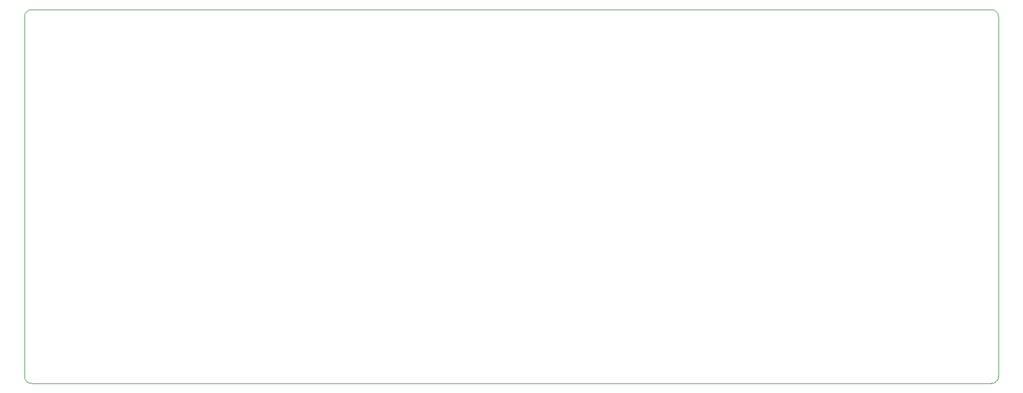
<source format=gm1>
G04 #@! TF.GenerationSoftware,KiCad,Pcbnew,8.0.4*
G04 #@! TF.CreationDate,2024-11-13T17:36:55+01:00*
G04 #@! TF.ProjectId,nixie_alarm_main_board,6e697869-655f-4616-9c61-726d5f6d6169,rev?*
G04 #@! TF.SameCoordinates,Original*
G04 #@! TF.FileFunction,Profile,NP*
%FSLAX46Y46*%
G04 Gerber Fmt 4.6, Leading zero omitted, Abs format (unit mm)*
G04 Created by KiCad (PCBNEW 8.0.4) date 2024-11-13 17:36:55*
%MOMM*%
%LPD*%
G01*
G04 APERTURE LIST*
G04 #@! TA.AperFunction,Profile*
%ADD10C,0.050000*%
G04 #@! TD*
G04 APERTURE END LIST*
D10*
X87900000Y-126500000D02*
G75*
G02*
X86900000Y-125500000I0J1000000D01*
G01*
X86900000Y-74500000D02*
G75*
G02*
X87900000Y-73500000I1000000J0D01*
G01*
X223900000Y-126500000D02*
X87900000Y-126500000D01*
X224900000Y-125500000D02*
G75*
G02*
X223900000Y-126500000I-1000000J0D01*
G01*
X87900000Y-73500000D02*
X223900000Y-73500000D01*
X223900000Y-73500000D02*
G75*
G02*
X224900000Y-74500000I0J-1000000D01*
G01*
X86900000Y-125500000D02*
X86900000Y-74500000D01*
X224900000Y-74500000D02*
X224900000Y-125500000D01*
M02*

</source>
